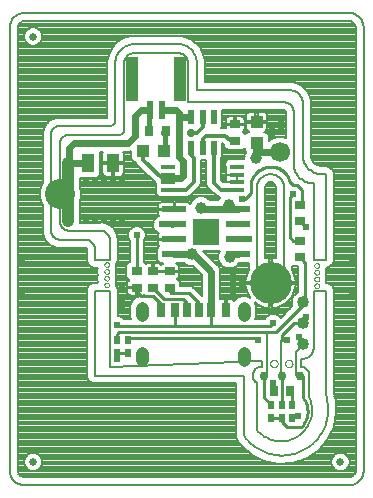
<source format=gtl>
G75*
G70*
%OFA0B0*%
%FSLAX24Y24*%
%IPPOS*%
%LPD*%
%AMOC8*
5,1,8,0,0,1.08239X$1,22.5*
%
%ADD10C,0.0050*%
%ADD11C,0.0000*%
%ADD12R,0.0433X0.0630*%
%ADD13R,0.0433X0.0394*%
%ADD14R,0.0394X0.0433*%
%ADD15R,0.0354X0.0250*%
%ADD16R,0.0250X0.0354*%
%ADD17R,0.0810X0.0240*%
%ADD18R,0.0900X0.0900*%
%ADD19R,0.0217X0.0472*%
%ADD20R,0.0472X0.0138*%
%ADD21R,0.0315X0.0472*%
%ADD22R,0.0250X0.0472*%
%ADD23C,0.0004*%
%ADD24C,0.0433*%
%ADD25C,0.0400*%
%ADD26C,0.0300*%
%ADD27R,0.0236X0.0600*%
%ADD28R,0.0400X0.1450*%
%ADD29R,0.0197X0.0276*%
%ADD30C,0.1000*%
%ADD31C,0.1400*%
%ADD32C,0.0250*%
%ADD33C,0.0669*%
%ADD34C,0.0080*%
%ADD35C,0.0240*%
%ADD36C,0.0100*%
%ADD37C,0.0070*%
%ADD38C,0.0240*%
%ADD39C,0.0390*%
%ADD40C,0.0140*%
%ADD41C,0.0160*%
%ADD42C,0.0260*%
%ADD43C,0.0400*%
%ADD44C,0.0200*%
%ADD45C,0.0120*%
%ADD46C,0.0280*%
D10*
X000500Y001000D02*
X000500Y015750D01*
X000502Y015794D01*
X000508Y015837D01*
X000517Y015879D01*
X000530Y015921D01*
X000547Y015961D01*
X000567Y016000D01*
X000590Y016037D01*
X000617Y016071D01*
X000646Y016104D01*
X000679Y016133D01*
X000713Y016160D01*
X000750Y016183D01*
X000789Y016203D01*
X000829Y016220D01*
X000871Y016233D01*
X000913Y016242D01*
X000956Y016248D01*
X001000Y016250D01*
X011800Y016250D01*
X011844Y016248D01*
X011887Y016242D01*
X011929Y016233D01*
X011971Y016220D01*
X012011Y016203D01*
X012050Y016183D01*
X012087Y016160D01*
X012121Y016133D01*
X012154Y016104D01*
X012183Y016071D01*
X012210Y016037D01*
X012233Y016000D01*
X012253Y015961D01*
X012270Y015921D01*
X012283Y015879D01*
X012292Y015837D01*
X012298Y015794D01*
X012300Y015750D01*
X012300Y001000D01*
X012298Y000956D01*
X012292Y000913D01*
X012283Y000871D01*
X012270Y000829D01*
X012253Y000789D01*
X012233Y000750D01*
X012210Y000713D01*
X012183Y000679D01*
X012154Y000646D01*
X012121Y000617D01*
X012087Y000590D01*
X012050Y000567D01*
X012011Y000547D01*
X011971Y000530D01*
X011929Y000517D01*
X011887Y000508D01*
X011844Y000502D01*
X011800Y000500D01*
X001000Y000500D01*
X000956Y000502D01*
X000913Y000508D01*
X000871Y000517D01*
X000829Y000530D01*
X000789Y000547D01*
X000750Y000567D01*
X000713Y000590D01*
X000679Y000617D01*
X000646Y000646D01*
X000617Y000679D01*
X000590Y000713D01*
X000567Y000750D01*
X000547Y000789D01*
X000530Y000829D01*
X000517Y000871D01*
X000508Y000913D01*
X000502Y000956D01*
X000500Y001000D01*
X003336Y004163D02*
X008300Y004163D01*
X008300Y002187D01*
X008750Y002337D02*
X008750Y003912D01*
X008749Y003912D02*
X008721Y003931D01*
X008695Y003952D01*
X008672Y003976D01*
X008652Y004003D01*
X008635Y004032D01*
X008621Y004063D01*
X008611Y004095D01*
X008605Y004128D01*
X008602Y004161D01*
X008603Y004195D01*
X008608Y004228D01*
X008617Y004260D01*
X008629Y004292D01*
X008645Y004321D01*
X008664Y004349D01*
X008686Y004374D01*
X008710Y004397D01*
X008738Y004417D01*
X008767Y004433D01*
X008798Y004446D01*
X008830Y004456D01*
X008863Y004462D01*
X008896Y004464D01*
X008896Y004463D02*
X008896Y004650D01*
X003836Y004463D01*
X003836Y006988D01*
X003336Y006988D01*
X003336Y004163D01*
X003336Y008022D02*
X003836Y008022D01*
X003836Y008715D01*
X003830Y008748D01*
X003821Y008780D01*
X003808Y008811D01*
X003792Y008840D01*
X003774Y008867D01*
X003752Y008893D01*
X003728Y008916D01*
X003702Y008936D01*
X003674Y008954D01*
X003644Y008968D01*
X003613Y008979D01*
X003581Y008987D01*
X003548Y008992D01*
X003515Y008993D01*
X003482Y008991D01*
X003481Y008991D02*
X002487Y008991D01*
X002454Y008993D01*
X002422Y008998D01*
X002390Y009006D01*
X002359Y009018D01*
X002330Y009033D01*
X002302Y009051D01*
X002276Y009072D01*
X002253Y009095D01*
X002232Y009121D01*
X002214Y009148D01*
X002199Y009178D01*
X002187Y009209D01*
X002179Y009241D01*
X002174Y009273D01*
X002172Y009306D01*
X002172Y011879D01*
X001872Y012179D02*
X001874Y012212D01*
X001879Y012244D01*
X001887Y012276D01*
X001899Y012307D01*
X001914Y012336D01*
X001932Y012364D01*
X001953Y012390D01*
X001976Y012413D01*
X002002Y012434D01*
X002030Y012452D01*
X002059Y012467D01*
X002090Y012479D01*
X002122Y012487D01*
X002154Y012492D01*
X002187Y012494D01*
X003877Y012494D01*
X003901Y012499D01*
X003925Y012508D01*
X003946Y012520D01*
X003966Y012535D01*
X003984Y012552D01*
X003999Y012572D01*
X004010Y012594D01*
X004019Y012617D01*
X004024Y012642D01*
X004026Y012666D01*
X004024Y012691D01*
X004024Y014600D01*
X004324Y014600D02*
X004324Y012391D01*
X004326Y012366D01*
X004324Y012342D01*
X004319Y012317D01*
X004310Y012294D01*
X004299Y012272D01*
X004284Y012252D01*
X004266Y012235D01*
X004246Y012220D01*
X004225Y012208D01*
X004201Y012199D01*
X004177Y012194D01*
X002487Y012194D01*
X002454Y012192D01*
X002422Y012187D01*
X002390Y012179D01*
X002359Y012167D01*
X002330Y012152D01*
X002302Y012134D01*
X002276Y012113D01*
X002253Y012090D01*
X002232Y012064D01*
X002214Y012036D01*
X002199Y012007D01*
X002187Y011976D01*
X002179Y011944D01*
X002174Y011912D01*
X002172Y011879D01*
X001872Y012179D02*
X001872Y009006D01*
X001874Y008973D01*
X001879Y008941D01*
X001887Y008909D01*
X001899Y008878D01*
X001914Y008848D01*
X001932Y008821D01*
X001953Y008795D01*
X001976Y008772D01*
X002002Y008751D01*
X002030Y008733D01*
X002059Y008718D01*
X002090Y008706D01*
X002122Y008698D01*
X002154Y008693D01*
X002187Y008691D01*
X002981Y008691D01*
X002982Y008691D02*
X003015Y008693D01*
X003048Y008692D01*
X003081Y008687D01*
X003113Y008679D01*
X003144Y008668D01*
X003174Y008654D01*
X003202Y008636D01*
X003228Y008616D01*
X003252Y008593D01*
X003274Y008567D01*
X003292Y008540D01*
X003308Y008511D01*
X003321Y008480D01*
X003330Y008448D01*
X003336Y008415D01*
X003336Y008022D01*
X006436Y013273D02*
X006436Y014600D01*
X006736Y014600D02*
X006732Y014650D01*
X006724Y014700D01*
X006712Y014749D01*
X006696Y014796D01*
X006677Y014843D01*
X006654Y014888D01*
X006628Y014930D01*
X006599Y014971D01*
X006566Y015009D01*
X006531Y015045D01*
X006492Y015078D01*
X006452Y015107D01*
X006409Y015133D01*
X006364Y015156D01*
X006318Y015175D01*
X006270Y015191D01*
X006221Y015203D01*
X006171Y015211D01*
X006121Y015215D01*
X006071Y015215D01*
X004689Y015215D01*
X004689Y014915D02*
X006071Y014915D01*
X006107Y014916D01*
X006142Y014913D01*
X006177Y014906D01*
X006211Y014896D01*
X006244Y014882D01*
X006276Y014865D01*
X006305Y014844D01*
X006332Y014821D01*
X006356Y014795D01*
X006378Y014767D01*
X006397Y014736D01*
X006412Y014704D01*
X006423Y014670D01*
X006432Y014635D01*
X006436Y014600D01*
X006736Y014600D02*
X006736Y013673D01*
X009855Y013673D01*
X009655Y013273D02*
X006436Y013273D01*
X004689Y015215D02*
X004641Y015215D01*
X004593Y015211D01*
X004546Y015204D01*
X004499Y015193D01*
X004454Y015179D01*
X004409Y015162D01*
X004366Y015141D01*
X004324Y015117D01*
X004285Y015091D01*
X004247Y015061D01*
X004212Y015028D01*
X004180Y014993D01*
X004150Y014956D01*
X004123Y014916D01*
X004099Y014875D01*
X004078Y014832D01*
X004060Y014787D01*
X004046Y014742D01*
X004035Y014695D01*
X004028Y014648D01*
X004024Y014600D01*
X004324Y014600D02*
X004328Y014635D01*
X004337Y014670D01*
X004348Y014704D01*
X004363Y014736D01*
X004382Y014767D01*
X004404Y014795D01*
X004428Y014821D01*
X004455Y014844D01*
X004484Y014865D01*
X004516Y014882D01*
X004549Y014896D01*
X004583Y014906D01*
X004618Y014913D01*
X004653Y014916D01*
X004689Y014915D01*
X008741Y010413D02*
X008741Y007703D01*
X008743Y007662D01*
X008748Y007622D01*
X008757Y007582D01*
X008770Y007543D01*
X008786Y007506D01*
X008805Y007470D01*
X008828Y007436D01*
X008853Y007404D01*
X008882Y007374D01*
X008912Y007347D01*
X008945Y007323D01*
X008980Y007302D01*
X009017Y007285D01*
X009055Y007270D01*
X009095Y007259D01*
X009135Y007252D01*
X009176Y007248D01*
X009216Y007248D01*
X009257Y007252D01*
X009297Y007259D01*
X009337Y007270D01*
X009375Y007285D01*
X009412Y007302D01*
X009447Y007323D01*
X009480Y007347D01*
X009510Y007374D01*
X009539Y007404D01*
X009564Y007436D01*
X009587Y007470D01*
X009606Y007506D01*
X009622Y007543D01*
X009635Y007582D01*
X009644Y007622D01*
X009649Y007662D01*
X009651Y007703D01*
X009651Y010413D01*
X009649Y010454D01*
X009644Y010494D01*
X009635Y010534D01*
X009622Y010573D01*
X009606Y010610D01*
X009587Y010646D01*
X009564Y010680D01*
X009539Y010712D01*
X009510Y010742D01*
X009480Y010769D01*
X009447Y010793D01*
X009412Y010814D01*
X009375Y010831D01*
X009337Y010846D01*
X009297Y010857D01*
X009257Y010864D01*
X009216Y010868D01*
X009176Y010868D01*
X009135Y010864D01*
X009095Y010857D01*
X009055Y010846D01*
X009017Y010831D01*
X008980Y010814D01*
X008945Y010793D01*
X008912Y010769D01*
X008882Y010742D01*
X008853Y010712D01*
X008828Y010680D01*
X008805Y010646D01*
X008786Y010610D01*
X008770Y010573D01*
X008757Y010534D01*
X008748Y010494D01*
X008743Y010454D01*
X008741Y010413D01*
X009970Y011199D02*
X009970Y012919D01*
X010270Y013218D02*
X010270Y013258D01*
X010266Y013299D01*
X010258Y013338D01*
X010247Y013377D01*
X010233Y013414D01*
X010215Y013450D01*
X010194Y013484D01*
X010169Y013516D01*
X010142Y013546D01*
X010113Y013573D01*
X010080Y013597D01*
X010046Y013618D01*
X010010Y013636D01*
X009973Y013651D01*
X009934Y013662D01*
X009895Y013669D01*
X009855Y013673D01*
X010270Y013219D02*
X010270Y011499D01*
X009970Y011199D02*
X009974Y011151D01*
X009980Y011103D01*
X009991Y011055D01*
X010005Y011009D01*
X010022Y010963D01*
X010043Y010919D01*
X010067Y010877D01*
X010094Y010837D01*
X010124Y010799D01*
X010157Y010763D01*
X010193Y010729D01*
X010230Y010699D01*
X010270Y010671D01*
X010312Y010646D01*
X010356Y010625D01*
X010401Y010607D01*
X010447Y010592D01*
X010495Y010581D01*
X010543Y010574D01*
X010591Y010570D01*
X010640Y010569D01*
X010639Y010569D02*
X010639Y008022D01*
X011039Y008022D01*
X011039Y010869D01*
X010939Y010869D01*
X010940Y010869D02*
X010891Y010870D01*
X010843Y010874D01*
X010795Y010881D01*
X010747Y010892D01*
X010701Y010907D01*
X010656Y010925D01*
X010612Y010946D01*
X010570Y010971D01*
X010530Y010999D01*
X010493Y011029D01*
X010457Y011063D01*
X010424Y011099D01*
X010394Y011137D01*
X010367Y011177D01*
X010343Y011219D01*
X010322Y011263D01*
X010305Y011309D01*
X010291Y011355D01*
X010280Y011403D01*
X010274Y011451D01*
X010270Y011499D01*
X009969Y012918D02*
X009970Y012953D01*
X009966Y012988D01*
X009959Y013023D01*
X009949Y013056D01*
X009934Y013088D01*
X009917Y013119D01*
X009897Y013147D01*
X009873Y013173D01*
X009847Y013197D01*
X009819Y013218D01*
X009789Y013236D01*
X009757Y013250D01*
X009724Y013261D01*
X009690Y013269D01*
X009655Y013272D01*
X010639Y006988D02*
X011039Y006988D01*
X011039Y003511D01*
X010482Y003440D02*
X010482Y004148D01*
X010483Y004181D01*
X010480Y004213D01*
X010474Y004245D01*
X010464Y004276D01*
X010451Y004306D01*
X010434Y004334D01*
X010415Y004360D01*
X010392Y004384D01*
X010367Y004405D01*
X010340Y004423D01*
X010311Y004438D01*
X010281Y004450D01*
X010249Y004458D01*
X010217Y004463D01*
X010217Y004718D01*
X010246Y004718D01*
X010246Y004717D02*
X010285Y004719D01*
X010323Y004725D01*
X010360Y004734D01*
X010397Y004747D01*
X010432Y004764D01*
X010465Y004783D01*
X010496Y004806D01*
X010525Y004832D01*
X010551Y004861D01*
X010574Y004892D01*
X010593Y004925D01*
X010610Y004960D01*
X010623Y004997D01*
X010632Y005034D01*
X010638Y005072D01*
X010640Y005111D01*
X010639Y005111D02*
X010639Y006988D01*
X011039Y003512D02*
X011062Y003438D01*
X011081Y003362D01*
X011095Y003286D01*
X011106Y003209D01*
X011114Y003132D01*
X011117Y003055D01*
X011116Y002977D01*
X011111Y002900D01*
X011103Y002823D01*
X011091Y002746D01*
X011074Y002670D01*
X011054Y002595D01*
X011030Y002522D01*
X011003Y002449D01*
X010972Y002378D01*
X010937Y002309D01*
X010899Y002241D01*
X010857Y002176D01*
X010813Y002112D01*
X010765Y002052D01*
X010714Y001993D01*
X010660Y001937D01*
X010603Y001884D01*
X010544Y001834D01*
X010483Y001787D01*
X010419Y001743D01*
X010353Y001702D01*
X010285Y001665D01*
X010215Y001631D01*
X010143Y001601D01*
X010070Y001575D01*
X009996Y001552D01*
X009921Y001533D01*
X009845Y001518D01*
X009768Y001506D01*
X009691Y001499D01*
X009614Y001495D01*
X009536Y001496D01*
X009459Y001500D01*
X009382Y001508D01*
X009305Y001520D01*
X009229Y001536D01*
X009154Y001556D01*
X009080Y001579D01*
X009008Y001606D01*
X008937Y001637D01*
X008867Y001672D01*
X008799Y001710D01*
X008734Y001751D01*
X008670Y001795D01*
X008609Y001843D01*
X008550Y001893D01*
X008494Y001947D01*
X008441Y002003D01*
X008390Y002062D01*
X008343Y002124D01*
X008299Y002187D01*
X008749Y002337D02*
X008791Y002290D01*
X008836Y002245D01*
X008884Y002204D01*
X008934Y002165D01*
X008987Y002129D01*
X009041Y002097D01*
X009098Y002068D01*
X009156Y002042D01*
X009215Y002020D01*
X009276Y002002D01*
X009338Y001987D01*
X009401Y001977D01*
X009464Y001970D01*
X009527Y001967D01*
X009591Y001968D01*
X009654Y001973D01*
X009717Y001982D01*
X009779Y001994D01*
X009840Y002011D01*
X009900Y002031D01*
X009959Y002054D01*
X010017Y002082D01*
X010072Y002112D01*
X010126Y002146D01*
X010177Y002184D01*
X010226Y002224D01*
X010272Y002267D01*
X010316Y002313D01*
X010357Y002362D01*
X010395Y002413D01*
X010429Y002466D01*
X010460Y002522D01*
X010488Y002579D01*
X010512Y002637D01*
X010533Y002697D01*
X010550Y002759D01*
X010563Y002821D01*
X010572Y002883D01*
X010577Y002947D01*
X010579Y003010D01*
X010577Y003074D01*
X010570Y003137D01*
X010560Y003199D01*
X010546Y003261D01*
X010529Y003322D01*
X010507Y003382D01*
X010482Y003440D01*
D11*
X009680Y004563D02*
X009682Y004585D01*
X009688Y004606D01*
X009697Y004625D01*
X009709Y004643D01*
X009725Y004659D01*
X009742Y004671D01*
X009762Y004680D01*
X009783Y004686D01*
X009805Y004688D01*
X009827Y004686D01*
X009848Y004680D01*
X009867Y004671D01*
X009885Y004659D01*
X009901Y004643D01*
X009913Y004625D01*
X009922Y004606D01*
X009928Y004585D01*
X009930Y004563D01*
X009928Y004541D01*
X009922Y004520D01*
X009913Y004501D01*
X009901Y004483D01*
X009885Y004467D01*
X009868Y004455D01*
X009848Y004446D01*
X009827Y004440D01*
X009805Y004438D01*
X009783Y004440D01*
X009762Y004446D01*
X009742Y004455D01*
X009725Y004467D01*
X009709Y004483D01*
X009697Y004500D01*
X009688Y004520D01*
X009682Y004541D01*
X009680Y004563D01*
X009185Y004563D02*
X009187Y004585D01*
X009193Y004606D01*
X009202Y004625D01*
X009214Y004643D01*
X009230Y004659D01*
X009247Y004671D01*
X009267Y004680D01*
X009288Y004686D01*
X009310Y004688D01*
X009332Y004686D01*
X009353Y004680D01*
X009372Y004671D01*
X009390Y004659D01*
X009406Y004643D01*
X009418Y004625D01*
X009427Y004606D01*
X009433Y004585D01*
X009435Y004563D01*
X009433Y004541D01*
X009427Y004520D01*
X009418Y004501D01*
X009406Y004483D01*
X009390Y004467D01*
X009373Y004455D01*
X009353Y004446D01*
X009332Y004440D01*
X009310Y004438D01*
X009288Y004440D01*
X009267Y004446D01*
X009247Y004455D01*
X009230Y004467D01*
X009214Y004483D01*
X009202Y004500D01*
X009193Y004520D01*
X009187Y004541D01*
X009185Y004563D01*
X010659Y007155D02*
X010661Y007172D01*
X010666Y007189D01*
X010675Y007203D01*
X010687Y007216D01*
X010702Y007226D01*
X010718Y007232D01*
X010735Y007235D01*
X010752Y007234D01*
X010769Y007229D01*
X010784Y007221D01*
X010797Y007210D01*
X010808Y007196D01*
X010815Y007181D01*
X010819Y007164D01*
X010819Y007146D01*
X010815Y007129D01*
X010808Y007114D01*
X010797Y007100D01*
X010784Y007089D01*
X010769Y007081D01*
X010752Y007076D01*
X010735Y007075D01*
X010718Y007078D01*
X010702Y007084D01*
X010687Y007094D01*
X010675Y007107D01*
X010666Y007121D01*
X010661Y007138D01*
X010659Y007155D01*
X010659Y007380D02*
X010661Y007397D01*
X010666Y007414D01*
X010675Y007428D01*
X010687Y007441D01*
X010702Y007451D01*
X010718Y007457D01*
X010735Y007460D01*
X010752Y007459D01*
X010769Y007454D01*
X010784Y007446D01*
X010797Y007435D01*
X010808Y007421D01*
X010815Y007406D01*
X010819Y007389D01*
X010819Y007371D01*
X010815Y007354D01*
X010808Y007339D01*
X010797Y007325D01*
X010784Y007314D01*
X010769Y007306D01*
X010752Y007301D01*
X010735Y007300D01*
X010718Y007303D01*
X010702Y007309D01*
X010687Y007319D01*
X010675Y007332D01*
X010666Y007346D01*
X010661Y007363D01*
X010659Y007380D01*
X010659Y007605D02*
X010661Y007622D01*
X010666Y007639D01*
X010675Y007653D01*
X010687Y007666D01*
X010702Y007676D01*
X010718Y007682D01*
X010735Y007685D01*
X010752Y007684D01*
X010769Y007679D01*
X010784Y007671D01*
X010797Y007660D01*
X010808Y007646D01*
X010815Y007631D01*
X010819Y007614D01*
X010819Y007596D01*
X010815Y007579D01*
X010808Y007564D01*
X010797Y007550D01*
X010784Y007539D01*
X010769Y007531D01*
X010752Y007526D01*
X010735Y007525D01*
X010718Y007528D01*
X010702Y007534D01*
X010687Y007544D01*
X010675Y007557D01*
X010666Y007571D01*
X010661Y007588D01*
X010659Y007605D01*
X010659Y007830D02*
X010661Y007847D01*
X010666Y007864D01*
X010675Y007878D01*
X010687Y007891D01*
X010702Y007901D01*
X010718Y007907D01*
X010735Y007910D01*
X010752Y007909D01*
X010769Y007904D01*
X010784Y007896D01*
X010797Y007885D01*
X010808Y007871D01*
X010815Y007856D01*
X010819Y007839D01*
X010819Y007821D01*
X010815Y007804D01*
X010808Y007789D01*
X010797Y007775D01*
X010784Y007764D01*
X010769Y007756D01*
X010752Y007751D01*
X010735Y007750D01*
X010718Y007753D01*
X010702Y007759D01*
X010687Y007769D01*
X010675Y007782D01*
X010666Y007796D01*
X010661Y007813D01*
X010659Y007830D01*
X003656Y007858D02*
X003658Y007875D01*
X003663Y007892D01*
X003672Y007906D01*
X003684Y007919D01*
X003699Y007929D01*
X003715Y007935D01*
X003732Y007938D01*
X003749Y007937D01*
X003766Y007932D01*
X003781Y007924D01*
X003794Y007913D01*
X003805Y007899D01*
X003812Y007884D01*
X003816Y007867D01*
X003816Y007849D01*
X003812Y007832D01*
X003805Y007817D01*
X003794Y007803D01*
X003781Y007792D01*
X003766Y007784D01*
X003749Y007779D01*
X003732Y007778D01*
X003715Y007781D01*
X003699Y007787D01*
X003684Y007797D01*
X003672Y007810D01*
X003663Y007824D01*
X003658Y007841D01*
X003656Y007858D01*
X003656Y007633D02*
X003658Y007650D01*
X003663Y007667D01*
X003672Y007681D01*
X003684Y007694D01*
X003699Y007704D01*
X003715Y007710D01*
X003732Y007713D01*
X003749Y007712D01*
X003766Y007707D01*
X003781Y007699D01*
X003794Y007688D01*
X003805Y007674D01*
X003812Y007659D01*
X003816Y007642D01*
X003816Y007624D01*
X003812Y007607D01*
X003805Y007592D01*
X003794Y007578D01*
X003781Y007567D01*
X003766Y007559D01*
X003749Y007554D01*
X003732Y007553D01*
X003715Y007556D01*
X003699Y007562D01*
X003684Y007572D01*
X003672Y007585D01*
X003663Y007599D01*
X003658Y007616D01*
X003656Y007633D01*
X003656Y007408D02*
X003658Y007425D01*
X003663Y007442D01*
X003672Y007456D01*
X003684Y007469D01*
X003699Y007479D01*
X003715Y007485D01*
X003732Y007488D01*
X003749Y007487D01*
X003766Y007482D01*
X003781Y007474D01*
X003794Y007463D01*
X003805Y007449D01*
X003812Y007434D01*
X003816Y007417D01*
X003816Y007399D01*
X003812Y007382D01*
X003805Y007367D01*
X003794Y007353D01*
X003781Y007342D01*
X003766Y007334D01*
X003749Y007329D01*
X003732Y007328D01*
X003715Y007331D01*
X003699Y007337D01*
X003684Y007347D01*
X003672Y007360D01*
X003663Y007374D01*
X003658Y007391D01*
X003656Y007408D01*
X003656Y007183D02*
X003658Y007200D01*
X003663Y007217D01*
X003672Y007231D01*
X003684Y007244D01*
X003699Y007254D01*
X003715Y007260D01*
X003732Y007263D01*
X003749Y007262D01*
X003766Y007257D01*
X003781Y007249D01*
X003794Y007238D01*
X003805Y007224D01*
X003812Y007209D01*
X003816Y007192D01*
X003816Y007174D01*
X003812Y007157D01*
X003805Y007142D01*
X003794Y007128D01*
X003781Y007117D01*
X003766Y007109D01*
X003749Y007104D01*
X003732Y007103D01*
X003715Y007106D01*
X003699Y007112D01*
X003684Y007122D01*
X003672Y007135D01*
X003663Y007149D01*
X003658Y007166D01*
X003656Y007183D01*
D12*
X003946Y011243D03*
X003119Y011243D03*
D13*
X008732Y011909D03*
X008732Y012618D03*
D14*
X005639Y011663D03*
X004929Y011663D03*
D15*
X008015Y011990D03*
X008015Y012537D03*
X010182Y009854D03*
X010182Y009307D03*
X010182Y008654D03*
X010182Y008107D03*
X005832Y007637D03*
X005832Y007090D03*
X005282Y007090D03*
X005282Y007637D03*
X004732Y007637D03*
X004732Y007090D03*
D16*
X005152Y012313D03*
X005699Y012313D03*
X009296Y003663D03*
X009843Y003663D03*
D17*
X008112Y008197D03*
X008112Y008697D03*
X008112Y009197D03*
X008112Y009697D03*
X005992Y009697D03*
X005992Y009197D03*
X005992Y008697D03*
X005992Y008197D03*
D18*
X007052Y008947D03*
D19*
X006932Y011752D03*
X006558Y011752D03*
X007306Y011752D03*
X007306Y012775D03*
X006932Y012775D03*
X006558Y012775D03*
D20*
X005781Y011118D03*
X005781Y010862D03*
X005781Y010606D03*
X005781Y010350D03*
X008084Y010350D03*
X008084Y010606D03*
X008084Y010862D03*
X008084Y011118D03*
D21*
X007701Y006346D03*
X007217Y006346D03*
X006020Y006346D03*
X005536Y006346D03*
D22*
X006422Y006346D03*
X006816Y006346D03*
D23*
X008211Y006417D02*
X008211Y006173D01*
X008212Y006173D02*
X008214Y006153D01*
X008219Y006134D01*
X008228Y006116D01*
X008240Y006100D01*
X008255Y006087D01*
X008272Y006076D01*
X008290Y006069D01*
X008310Y006065D01*
X008330Y006065D01*
X008350Y006069D01*
X008368Y006076D01*
X008385Y006087D01*
X008400Y006100D01*
X008412Y006116D01*
X008421Y006134D01*
X008426Y006153D01*
X008428Y006173D01*
X008428Y006417D01*
X008426Y006437D01*
X008421Y006456D01*
X008412Y006474D01*
X008400Y006490D01*
X008385Y006503D01*
X008368Y006514D01*
X008350Y006521D01*
X008330Y006525D01*
X008310Y006525D01*
X008290Y006521D01*
X008272Y006514D01*
X008255Y006503D01*
X008240Y006490D01*
X008228Y006474D01*
X008219Y006456D01*
X008214Y006437D01*
X008212Y006417D01*
X008211Y004921D02*
X008211Y004677D01*
X008212Y004677D02*
X008214Y004657D01*
X008219Y004638D01*
X008228Y004620D01*
X008240Y004604D01*
X008255Y004591D01*
X008272Y004580D01*
X008290Y004573D01*
X008310Y004569D01*
X008330Y004569D01*
X008350Y004573D01*
X008368Y004580D01*
X008385Y004591D01*
X008400Y004604D01*
X008412Y004620D01*
X008421Y004638D01*
X008426Y004657D01*
X008428Y004677D01*
X008428Y004921D01*
X008426Y004941D01*
X008421Y004960D01*
X008412Y004978D01*
X008400Y004994D01*
X008385Y005007D01*
X008368Y005018D01*
X008350Y005025D01*
X008330Y005029D01*
X008310Y005029D01*
X008290Y005025D01*
X008272Y005018D01*
X008255Y005007D01*
X008240Y004994D01*
X008228Y004978D01*
X008219Y004960D01*
X008214Y004941D01*
X008212Y004921D01*
X005026Y004921D02*
X005026Y004677D01*
X005024Y004657D01*
X005019Y004638D01*
X005010Y004620D01*
X004998Y004604D01*
X004983Y004591D01*
X004966Y004580D01*
X004948Y004573D01*
X004928Y004569D01*
X004908Y004569D01*
X004888Y004573D01*
X004870Y004580D01*
X004853Y004591D01*
X004838Y004604D01*
X004826Y004620D01*
X004817Y004638D01*
X004812Y004657D01*
X004810Y004677D01*
X004810Y004921D01*
X004812Y004941D01*
X004817Y004960D01*
X004826Y004978D01*
X004838Y004994D01*
X004853Y005007D01*
X004870Y005018D01*
X004888Y005025D01*
X004908Y005029D01*
X004928Y005029D01*
X004948Y005025D01*
X004966Y005018D01*
X004983Y005007D01*
X004998Y004994D01*
X005010Y004978D01*
X005019Y004960D01*
X005024Y004941D01*
X005026Y004921D01*
X005026Y006173D02*
X005026Y006417D01*
X005024Y006437D01*
X005019Y006456D01*
X005010Y006474D01*
X004998Y006490D01*
X004983Y006503D01*
X004966Y006514D01*
X004948Y006521D01*
X004928Y006525D01*
X004908Y006525D01*
X004888Y006521D01*
X004870Y006514D01*
X004853Y006503D01*
X004838Y006490D01*
X004826Y006474D01*
X004817Y006456D01*
X004812Y006437D01*
X004810Y006417D01*
X004810Y006173D01*
X004812Y006153D01*
X004817Y006134D01*
X004826Y006116D01*
X004838Y006100D01*
X004853Y006087D01*
X004870Y006076D01*
X004888Y006069D01*
X004908Y006065D01*
X004928Y006065D01*
X004948Y006069D01*
X004966Y006076D01*
X004983Y006087D01*
X004998Y006100D01*
X005010Y006116D01*
X005019Y006134D01*
X005024Y006153D01*
X005026Y006173D01*
D24*
X004918Y006411D02*
X004918Y006411D01*
X004918Y006175D01*
X004918Y006175D01*
X004918Y006411D01*
X004918Y004915D02*
X004918Y004915D01*
X004918Y004679D01*
X004918Y004679D01*
X004918Y004915D01*
X008320Y004915D02*
X008320Y004915D01*
X008320Y004679D01*
X008320Y004679D01*
X008320Y004915D01*
X008320Y006411D02*
X008320Y006411D01*
X008320Y006175D01*
X008320Y006175D01*
X008320Y006411D01*
D25*
X010282Y006601D03*
X010282Y005901D03*
X010282Y005201D03*
D26*
X010170Y004163D03*
X009570Y004163D03*
X008970Y004163D03*
D27*
X005573Y013019D03*
X005179Y013019D03*
D28*
X004567Y014063D03*
X006184Y014063D03*
D29*
X004432Y005343D03*
X004082Y005343D03*
X004082Y004909D03*
X004432Y004909D03*
X009220Y003180D03*
X009570Y003180D03*
X009920Y003180D03*
X009920Y002747D03*
X009570Y002747D03*
X009220Y002747D03*
D30*
X002182Y010213D03*
D31*
X009197Y007253D03*
D32*
X011524Y001287D03*
X001287Y001287D03*
X001287Y015461D03*
D33*
X009500Y011613D03*
D34*
X009129Y011970D02*
X009129Y012180D01*
X009023Y012286D01*
X008984Y012286D01*
X009003Y012291D01*
X009035Y012309D01*
X009061Y012335D01*
X009079Y012367D01*
X009089Y012403D01*
X009089Y012578D01*
X008772Y012578D01*
X008772Y012658D01*
X008692Y012658D01*
X008692Y012578D01*
X008376Y012578D01*
X008376Y012403D01*
X008385Y012367D01*
X008404Y012335D01*
X008430Y012309D01*
X008462Y012291D01*
X008481Y012286D01*
X008441Y012286D01*
X008359Y012203D01*
X008268Y012294D01*
X008278Y012300D01*
X008304Y012326D01*
X008323Y012358D01*
X008332Y012393D01*
X008332Y012514D01*
X008037Y012514D01*
X008037Y012559D01*
X007992Y012559D01*
X007992Y012514D01*
X007698Y012514D01*
X007698Y012413D01*
X007544Y012413D01*
X007595Y012464D01*
X007595Y013008D01*
X009642Y013008D01*
X009653Y013006D01*
X009678Y012994D01*
X009696Y012974D01*
X009705Y012948D01*
X009705Y012946D01*
X009705Y012926D01*
X009702Y012881D01*
X009705Y012874D01*
X009705Y012086D01*
X009602Y012128D01*
X009398Y012128D01*
X009208Y012050D01*
X009129Y011970D01*
X009129Y012040D02*
X009198Y012040D01*
X009129Y012118D02*
X009373Y012118D01*
X009627Y012118D02*
X009705Y012118D01*
X009705Y012197D02*
X009112Y012197D01*
X009034Y012275D02*
X009705Y012275D01*
X009705Y012354D02*
X009071Y012354D01*
X009089Y012432D02*
X009705Y012432D01*
X009705Y012511D02*
X009089Y012511D01*
X009089Y012658D02*
X009089Y012833D01*
X009079Y012869D01*
X009061Y012901D01*
X009035Y012927D01*
X009003Y012945D01*
X008967Y012955D01*
X008772Y012955D01*
X008772Y012658D01*
X009089Y012658D01*
X009089Y012668D02*
X009705Y012668D01*
X009705Y012746D02*
X009089Y012746D01*
X009089Y012825D02*
X009705Y012825D01*
X009704Y012903D02*
X009059Y012903D01*
X008772Y012903D02*
X008692Y012903D01*
X008692Y012955D02*
X008497Y012955D01*
X008462Y012945D01*
X008430Y012927D01*
X008404Y012901D01*
X008385Y012869D01*
X008376Y012833D01*
X008376Y012658D01*
X008692Y012658D01*
X008692Y012955D01*
X008692Y012825D02*
X008772Y012825D01*
X008772Y012746D02*
X008692Y012746D01*
X008692Y012668D02*
X008772Y012668D01*
X008772Y012589D02*
X009705Y012589D01*
X009689Y012982D02*
X007595Y012982D01*
X007595Y012903D02*
X008406Y012903D01*
X008376Y012825D02*
X007595Y012825D01*
X007595Y012746D02*
X007725Y012746D01*
X007726Y012748D02*
X007707Y012716D01*
X007698Y012680D01*
X007698Y012559D01*
X007992Y012559D01*
X007992Y012802D01*
X007819Y012802D01*
X007784Y012792D01*
X007752Y012774D01*
X007726Y012748D01*
X007698Y012668D02*
X007595Y012668D01*
X007595Y012589D02*
X007698Y012589D01*
X007698Y012511D02*
X007595Y012511D01*
X007562Y012432D02*
X007698Y012432D01*
X007992Y012589D02*
X008037Y012589D01*
X008037Y012559D02*
X008037Y012802D01*
X008211Y012802D01*
X008246Y012792D01*
X008278Y012774D01*
X008304Y012748D01*
X008323Y012716D01*
X008332Y012680D01*
X008332Y012559D01*
X008037Y012559D01*
X008037Y012668D02*
X007992Y012668D01*
X007992Y012746D02*
X008037Y012746D01*
X008305Y012746D02*
X008376Y012746D01*
X008376Y012668D02*
X008332Y012668D01*
X008332Y012589D02*
X008692Y012589D01*
X008376Y012511D02*
X008332Y012511D01*
X008332Y012432D02*
X008376Y012432D01*
X008393Y012354D02*
X008320Y012354D01*
X008287Y012275D02*
X008431Y012275D01*
X008336Y011754D02*
X008267Y011685D01*
X007763Y011685D01*
X007658Y011791D01*
X007658Y011834D01*
X007620Y011872D01*
X007595Y011898D01*
X007595Y011441D01*
X007556Y011403D01*
X007556Y010693D01*
X007649Y010600D01*
X007708Y010600D01*
X007708Y010606D01*
X008084Y010606D01*
X008084Y010606D01*
X008084Y010653D01*
X008084Y010862D01*
X008084Y010862D01*
X007708Y010862D01*
X007556Y010862D01*
X007556Y010784D02*
X007708Y010784D01*
X007708Y010775D02*
X007717Y010739D01*
X007720Y010734D01*
X007717Y010729D01*
X007708Y010693D01*
X007708Y010606D01*
X008084Y010606D01*
X008084Y010862D01*
X008084Y010862D01*
X007708Y010862D01*
X007708Y010934D01*
X007668Y010974D01*
X007668Y011261D01*
X007773Y011367D01*
X008325Y011367D01*
X008325Y011475D01*
X008376Y011597D01*
X008336Y011637D01*
X008336Y011754D01*
X008336Y011726D02*
X008307Y011726D01*
X008336Y011647D02*
X007595Y011647D01*
X007595Y011569D02*
X008364Y011569D01*
X008331Y011490D02*
X007595Y011490D01*
X007565Y011412D02*
X008325Y011412D01*
X008084Y010784D02*
X008084Y010784D01*
X008084Y010705D02*
X008084Y010705D01*
X008084Y010627D02*
X008084Y010627D01*
X008084Y010606D02*
X008084Y010606D01*
X007708Y010627D02*
X007623Y010627D01*
X007556Y010705D02*
X007711Y010705D01*
X007708Y010775D02*
X007708Y010862D01*
X007701Y010941D02*
X007556Y010941D01*
X007556Y011019D02*
X007668Y011019D01*
X007668Y011098D02*
X007556Y011098D01*
X007556Y011176D02*
X007668Y011176D01*
X007668Y011255D02*
X007556Y011255D01*
X007556Y011333D02*
X007739Y011333D01*
X007723Y011726D02*
X007595Y011726D01*
X007595Y011804D02*
X007658Y011804D01*
X007610Y011883D02*
X007595Y011883D01*
X007056Y011335D02*
X007056Y010540D01*
X007094Y010448D01*
X007404Y010138D01*
X007496Y010100D01*
X007520Y010100D01*
X007482Y010062D01*
X007455Y009997D01*
X007179Y009997D01*
X007095Y010081D01*
X006957Y010138D01*
X006808Y010138D01*
X006670Y010081D01*
X006564Y009976D01*
X006524Y009878D01*
X006509Y009903D01*
X006483Y009929D01*
X006451Y009948D01*
X006415Y009957D01*
X006012Y009957D01*
X006012Y009717D01*
X005972Y009717D01*
X005972Y009677D01*
X005447Y009677D01*
X005447Y009559D01*
X005457Y009523D01*
X005475Y009491D01*
X005484Y009482D01*
X005412Y009453D01*
X005328Y009368D01*
X005282Y009258D01*
X005282Y009139D01*
X005328Y009028D01*
X005412Y008944D01*
X005485Y008914D01*
X005475Y008903D01*
X005457Y008871D01*
X005447Y008836D01*
X005447Y008717D01*
X005972Y008717D01*
X005972Y008677D01*
X005447Y008677D01*
X005447Y008559D01*
X005457Y008523D01*
X005475Y008491D01*
X005491Y008476D01*
X005407Y008392D01*
X005407Y008003D01*
X005512Y007897D01*
X005620Y007897D01*
X005601Y007892D01*
X005569Y007874D01*
X005557Y007862D01*
X005545Y007874D01*
X005513Y007892D01*
X005478Y007902D01*
X005305Y007902D01*
X005305Y007659D01*
X005599Y007659D01*
X005810Y007659D01*
X005810Y007614D01*
X005305Y007614D01*
X005305Y007659D01*
X005260Y007659D01*
X005260Y007902D01*
X005087Y007902D01*
X005051Y007892D01*
X005040Y007886D01*
X004984Y007942D01*
X004962Y007942D01*
X004962Y008644D01*
X004987Y008668D01*
X005032Y008779D01*
X005032Y008898D01*
X004987Y009008D01*
X004902Y009093D01*
X004792Y009138D01*
X004673Y009138D01*
X004562Y009093D01*
X004478Y009008D01*
X004432Y008898D01*
X004432Y008779D01*
X004478Y008668D01*
X004502Y008644D01*
X004502Y007942D01*
X004481Y007942D01*
X004375Y007836D01*
X004375Y007437D01*
X004479Y007333D01*
X004469Y007327D01*
X004443Y007301D01*
X004425Y007269D01*
X004415Y007234D01*
X004415Y007113D01*
X004710Y007113D01*
X004710Y007068D01*
X004415Y007068D01*
X004415Y006947D01*
X004425Y006911D01*
X004443Y006879D01*
X004469Y006853D01*
X004501Y006835D01*
X004537Y006825D01*
X004710Y006825D01*
X004710Y007068D01*
X004755Y007068D01*
X004755Y006825D01*
X004928Y006825D01*
X004963Y006835D01*
X004975Y006841D01*
X005015Y006800D01*
X004997Y006808D01*
X004839Y006808D01*
X004693Y006748D01*
X004582Y006636D01*
X004521Y006490D01*
X004521Y006096D01*
X004543Y006043D01*
X004327Y006043D01*
X004252Y006118D01*
X004142Y006163D01*
X004101Y006163D01*
X004101Y007041D01*
X004060Y007138D01*
X004056Y007143D01*
X004056Y007246D01*
X004036Y007295D01*
X004056Y007344D01*
X004056Y007471D01*
X004036Y007520D01*
X004056Y007569D01*
X004056Y007696D01*
X004036Y007745D01*
X004056Y007794D01*
X004056Y007867D01*
X004060Y007872D01*
X004101Y007970D01*
X004101Y008680D01*
X004105Y008696D01*
X004101Y008732D01*
X004101Y008768D01*
X004094Y008784D01*
X004084Y008863D01*
X004084Y008863D01*
X003970Y009065D01*
X003787Y009207D01*
X003564Y009268D01*
X003564Y009268D01*
X003465Y009256D01*
X002837Y009256D01*
X002837Y010018D01*
X002862Y010078D01*
X002862Y010349D01*
X002837Y010409D01*
X002837Y010748D01*
X003410Y010748D01*
X003515Y010853D01*
X003515Y011613D01*
X003600Y011613D01*
X003599Y011612D01*
X003589Y011576D01*
X003589Y011283D01*
X003906Y011283D01*
X003906Y011203D01*
X003986Y011203D01*
X003986Y011283D01*
X004302Y011283D01*
X004302Y011576D01*
X004293Y011612D01*
X004292Y011613D01*
X004492Y011613D01*
X004552Y011638D01*
X004552Y011372D01*
X004658Y011267D01*
X004702Y011267D01*
X004720Y011222D01*
X004791Y011151D01*
X005364Y010578D01*
X005364Y010207D01*
X005470Y010101D01*
X005728Y010101D01*
X005731Y010100D01*
X006419Y010100D01*
X006511Y010138D01*
X006774Y010401D01*
X006844Y010472D01*
X006882Y010564D01*
X006882Y011335D01*
X007056Y011335D01*
X007056Y011333D02*
X006882Y011333D01*
X006882Y011255D02*
X007056Y011255D01*
X007056Y011176D02*
X006882Y011176D01*
X006882Y011098D02*
X007056Y011098D01*
X007056Y011019D02*
X006882Y011019D01*
X006882Y010941D02*
X007056Y010941D01*
X007056Y010862D02*
X006882Y010862D01*
X006882Y010784D02*
X007056Y010784D01*
X007056Y010705D02*
X006882Y010705D01*
X006882Y010627D02*
X007056Y010627D01*
X007056Y010548D02*
X006876Y010548D01*
X006842Y010470D02*
X007085Y010470D01*
X007151Y010391D02*
X006763Y010391D01*
X006685Y010313D02*
X007230Y010313D01*
X007308Y010234D02*
X006606Y010234D01*
X006528Y010156D02*
X007387Y010156D01*
X007497Y010077D02*
X007099Y010077D01*
X007178Y009999D02*
X007456Y009999D01*
X006666Y010077D02*
X002862Y010077D01*
X002862Y010156D02*
X005416Y010156D01*
X005364Y010234D02*
X002862Y010234D01*
X002862Y010313D02*
X005364Y010313D01*
X005364Y010391D02*
X002845Y010391D01*
X002837Y010470D02*
X005364Y010470D01*
X005364Y010548D02*
X002837Y010548D01*
X002837Y010627D02*
X005316Y010627D01*
X005237Y010705D02*
X002837Y010705D01*
X002837Y009999D02*
X006587Y009999D01*
X006541Y009920D02*
X006492Y009920D01*
X006012Y009920D02*
X005972Y009920D01*
X005972Y009957D02*
X005569Y009957D01*
X005533Y009948D01*
X005501Y009929D01*
X005475Y009903D01*
X005457Y009871D01*
X005447Y009836D01*
X005447Y009717D01*
X005972Y009717D01*
X005972Y009957D01*
X005972Y009842D02*
X006012Y009842D01*
X006012Y009763D02*
X005972Y009763D01*
X005972Y009685D02*
X002837Y009685D01*
X002837Y009763D02*
X005447Y009763D01*
X005449Y009842D02*
X002837Y009842D01*
X002837Y009920D02*
X005492Y009920D01*
X005447Y009606D02*
X002837Y009606D01*
X002837Y009528D02*
X005455Y009528D01*
X005409Y009449D02*
X002837Y009449D01*
X002837Y009371D02*
X005330Y009371D01*
X005296Y009292D02*
X002837Y009292D01*
X002946Y008426D02*
X002962Y008421D01*
X002998Y008426D01*
X003033Y008426D01*
X003044Y008423D01*
X003060Y008410D01*
X003071Y008393D01*
X003071Y008392D01*
X003071Y007970D01*
X003111Y007872D01*
X003186Y007798D01*
X003283Y007757D01*
X003431Y007757D01*
X003436Y007745D01*
X003416Y007696D01*
X003416Y007569D01*
X003436Y007520D01*
X003416Y007471D01*
X003416Y007344D01*
X003436Y007295D01*
X003419Y007253D01*
X003283Y007253D01*
X003186Y007213D01*
X003111Y007138D01*
X003071Y007041D01*
X003071Y004111D01*
X000765Y004111D01*
X000765Y004033D02*
X003103Y004033D01*
X003111Y004013D02*
X003071Y004111D01*
X003071Y004190D02*
X000765Y004190D01*
X000765Y004268D02*
X003071Y004268D01*
X003071Y004347D02*
X000765Y004347D01*
X000765Y004425D02*
X003071Y004425D01*
X003071Y004504D02*
X000765Y004504D01*
X000765Y004582D02*
X003071Y004582D01*
X003071Y004661D02*
X000765Y004661D01*
X000765Y004739D02*
X003071Y004739D01*
X003071Y004818D02*
X000765Y004818D01*
X000765Y004896D02*
X003071Y004896D01*
X003071Y004975D02*
X000765Y004975D01*
X000765Y005053D02*
X003071Y005053D01*
X003071Y005132D02*
X000765Y005132D01*
X000765Y005210D02*
X003071Y005210D01*
X003071Y005289D02*
X000765Y005289D01*
X000765Y005367D02*
X003071Y005367D01*
X003071Y005446D02*
X000765Y005446D01*
X000765Y005524D02*
X003071Y005524D01*
X003071Y005603D02*
X000765Y005603D01*
X000765Y005681D02*
X003071Y005681D01*
X003071Y005760D02*
X000765Y005760D01*
X000765Y005838D02*
X003071Y005838D01*
X003071Y005917D02*
X000765Y005917D01*
X000765Y005995D02*
X003071Y005995D01*
X003071Y006074D02*
X000765Y006074D01*
X000765Y006152D02*
X003071Y006152D01*
X003071Y006231D02*
X000765Y006231D01*
X000765Y006309D02*
X003071Y006309D01*
X003071Y006388D02*
X000765Y006388D01*
X000765Y006466D02*
X003071Y006466D01*
X003071Y006545D02*
X000765Y006545D01*
X000765Y006623D02*
X003071Y006623D01*
X003071Y006702D02*
X000765Y006702D01*
X000765Y006780D02*
X003071Y006780D01*
X003071Y006859D02*
X000765Y006859D01*
X000765Y006937D02*
X003071Y006937D01*
X003071Y007016D02*
X000765Y007016D01*
X000765Y007094D02*
X003093Y007094D01*
X003146Y007173D02*
X000765Y007173D01*
X000765Y007251D02*
X003278Y007251D01*
X003422Y007330D02*
X000765Y007330D01*
X000765Y007408D02*
X003416Y007408D01*
X003422Y007487D02*
X000765Y007487D01*
X000765Y007565D02*
X003418Y007565D01*
X003416Y007644D02*
X000765Y007644D01*
X000765Y007722D02*
X003426Y007722D01*
X003183Y007801D02*
X000765Y007801D01*
X000765Y007879D02*
X003108Y007879D01*
X003076Y007958D02*
X000765Y007958D01*
X000765Y008036D02*
X003071Y008036D01*
X003071Y008115D02*
X000765Y008115D01*
X000765Y008193D02*
X003071Y008193D01*
X003071Y008272D02*
X000765Y008272D01*
X000765Y008350D02*
X003071Y008350D01*
X002946Y008426D02*
X002071Y008426D01*
X001858Y008514D01*
X001858Y008514D01*
X001858Y008514D01*
X001695Y008677D01*
X001695Y008677D01*
X001607Y008891D01*
X001607Y009827D01*
X001606Y009828D01*
X001502Y010078D01*
X001502Y010349D01*
X001606Y010599D01*
X001607Y010599D01*
X001607Y012294D01*
X001695Y012507D01*
X001695Y012507D01*
X001858Y012670D01*
X001858Y012670D01*
X002071Y012759D01*
X003759Y012759D01*
X003759Y014552D01*
X003757Y014557D01*
X003759Y014605D01*
X003759Y014652D01*
X003761Y014657D01*
X003765Y014753D01*
X003765Y014753D01*
X003864Y015022D01*
X003864Y015022D01*
X004041Y015248D01*
X004041Y015248D01*
X004041Y015248D01*
X004280Y015407D01*
X004280Y015407D01*
X004556Y015485D01*
X004556Y015485D01*
X004694Y015480D01*
X006066Y015480D01*
X006241Y015486D01*
X006241Y015486D01*
X006579Y015362D01*
X006579Y015362D01*
X006843Y015117D01*
X006843Y015117D01*
X006994Y014790D01*
X006994Y014790D01*
X006999Y014657D01*
X007001Y014652D01*
X007001Y014605D01*
X007003Y014557D01*
X007001Y014552D01*
X007001Y013938D01*
X009809Y013938D01*
X009814Y013940D01*
X009861Y013938D01*
X009908Y013938D01*
X009914Y013935D01*
X010006Y013931D01*
X010258Y013813D01*
X010446Y013608D01*
X010446Y013608D01*
X010541Y013346D01*
X010541Y013346D01*
X010535Y013213D01*
X010535Y011506D01*
X010542Y011447D01*
X010582Y011333D01*
X010656Y011238D01*
X010755Y011170D01*
X010871Y011137D01*
X010929Y011134D01*
X010935Y011134D01*
X010984Y011135D01*
X010988Y011134D01*
X011092Y011134D01*
X011189Y011094D01*
X011264Y011019D01*
X012035Y011019D01*
X012035Y010941D02*
X011297Y010941D01*
X011304Y010922D02*
X011264Y011019D01*
X011304Y010922D02*
X011304Y007970D01*
X011264Y007872D01*
X011189Y007798D01*
X011092Y007757D01*
X011056Y007757D01*
X011039Y007717D01*
X011059Y007668D01*
X011059Y007541D01*
X011039Y007492D01*
X011059Y007443D01*
X011059Y007316D01*
X011039Y007267D01*
X011045Y007253D01*
X011092Y007253D01*
X011189Y007213D01*
X011264Y007138D01*
X011304Y007041D01*
X011304Y003554D01*
X011365Y003370D01*
X011365Y003370D01*
X011393Y002897D01*
X011393Y002897D01*
X011296Y002433D01*
X011296Y002433D01*
X011083Y002009D01*
X011083Y002009D01*
X010768Y001656D01*
X010768Y001656D01*
X010372Y001396D01*
X010372Y001396D01*
X009922Y001247D01*
X009922Y001247D01*
X009449Y001220D01*
X009449Y001220D01*
X008985Y001316D01*
X008985Y001316D01*
X008562Y001529D01*
X008562Y001529D01*
X008208Y001844D01*
X008208Y001844D01*
X008093Y002019D01*
X008075Y002037D01*
X008064Y002063D01*
X008049Y002086D01*
X008044Y002111D01*
X008035Y002135D01*
X008035Y002162D01*
X008029Y002190D01*
X008035Y002215D01*
X008035Y003898D01*
X003283Y003898D01*
X003186Y003939D01*
X003111Y004013D01*
X003170Y003954D02*
X000765Y003954D01*
X000765Y003876D02*
X008035Y003876D01*
X008035Y003797D02*
X000765Y003797D01*
X000765Y003719D02*
X008035Y003719D01*
X008035Y003640D02*
X000765Y003640D01*
X000765Y003562D02*
X008035Y003562D01*
X008035Y003483D02*
X000765Y003483D01*
X000765Y003405D02*
X008035Y003405D01*
X008035Y003326D02*
X000765Y003326D01*
X000765Y003248D02*
X008035Y003248D01*
X008035Y003169D02*
X000765Y003169D01*
X000765Y003091D02*
X008035Y003091D01*
X008035Y003012D02*
X000765Y003012D01*
X000765Y002934D02*
X008035Y002934D01*
X008035Y002855D02*
X000765Y002855D01*
X000765Y002777D02*
X008035Y002777D01*
X008035Y002698D02*
X000765Y002698D01*
X000765Y002620D02*
X008035Y002620D01*
X008035Y002541D02*
X000765Y002541D01*
X000765Y002463D02*
X008035Y002463D01*
X008035Y002384D02*
X000765Y002384D01*
X000765Y002306D02*
X008035Y002306D01*
X008035Y002227D02*
X000765Y002227D01*
X000765Y002149D02*
X008035Y002149D01*
X008060Y002070D02*
X000765Y002070D01*
X000765Y001992D02*
X008111Y001992D01*
X008163Y001913D02*
X000765Y001913D01*
X000765Y001835D02*
X008219Y001835D01*
X008307Y001756D02*
X000765Y001756D01*
X000765Y001678D02*
X008395Y001678D01*
X008483Y001599D02*
X000765Y001599D01*
X000765Y001521D02*
X001089Y001521D01*
X001115Y001546D02*
X001029Y001460D01*
X000982Y001348D01*
X000982Y001227D01*
X001029Y001115D01*
X001115Y001029D01*
X001227Y000982D01*
X001348Y000982D01*
X001460Y001029D01*
X001546Y001115D01*
X001592Y001227D01*
X001592Y001348D01*
X001546Y001460D01*
X001460Y001546D01*
X001348Y001592D01*
X001227Y001592D01*
X001115Y001546D01*
X001021Y001442D02*
X000765Y001442D01*
X000765Y001364D02*
X000989Y001364D01*
X000982Y001285D02*
X000765Y001285D01*
X000765Y001207D02*
X000991Y001207D01*
X001023Y001128D02*
X000765Y001128D01*
X000765Y001050D02*
X001094Y001050D01*
X001000Y000765D02*
X000954Y000770D01*
X000869Y000805D01*
X000805Y000869D01*
X000770Y000954D01*
X000765Y001000D01*
X000765Y015750D01*
X000770Y015796D01*
X000805Y015881D01*
X000869Y015945D01*
X000954Y015980D01*
X001000Y015985D01*
X011800Y015985D01*
X011846Y015980D01*
X011931Y015945D01*
X011995Y015881D01*
X012030Y015796D01*
X012035Y015750D01*
X012035Y001000D01*
X012030Y000954D01*
X011995Y000869D01*
X011931Y000805D01*
X011846Y000770D01*
X011800Y000765D01*
X001000Y000765D01*
X000860Y000814D02*
X011940Y000814D01*
X012005Y000893D02*
X000795Y000893D01*
X000768Y000971D02*
X012032Y000971D01*
X012035Y001050D02*
X011717Y001050D01*
X011696Y001029D02*
X011782Y001115D01*
X011829Y001227D01*
X011829Y001348D01*
X011782Y001460D01*
X011696Y001546D01*
X011584Y001592D01*
X011463Y001592D01*
X011351Y001546D01*
X011265Y001460D01*
X011219Y001348D01*
X011219Y001227D01*
X011265Y001115D01*
X011351Y001029D01*
X011463Y000982D01*
X011584Y000982D01*
X011696Y001029D01*
X011788Y001128D02*
X012035Y001128D01*
X012035Y001207D02*
X011820Y001207D01*
X011829Y001285D02*
X012035Y001285D01*
X012035Y001364D02*
X011822Y001364D01*
X011790Y001442D02*
X012035Y001442D01*
X012035Y001521D02*
X011722Y001521D01*
X012035Y001599D02*
X010682Y001599D01*
X010788Y001678D02*
X012035Y001678D01*
X012035Y001756D02*
X010858Y001756D01*
X010928Y001835D02*
X012035Y001835D01*
X012035Y001913D02*
X010998Y001913D01*
X011068Y001992D02*
X012035Y001992D01*
X012035Y002070D02*
X011114Y002070D01*
X011153Y002149D02*
X012035Y002149D01*
X012035Y002227D02*
X011193Y002227D01*
X011232Y002306D02*
X012035Y002306D01*
X012035Y002384D02*
X011272Y002384D01*
X011303Y002463D02*
X012035Y002463D01*
X012035Y002541D02*
X011319Y002541D01*
X011335Y002620D02*
X012035Y002620D01*
X012035Y002698D02*
X011351Y002698D01*
X011368Y002777D02*
X012035Y002777D01*
X012035Y002855D02*
X011384Y002855D01*
X011390Y002934D02*
X012035Y002934D01*
X012035Y003012D02*
X011386Y003012D01*
X011381Y003091D02*
X012035Y003091D01*
X012035Y003169D02*
X011377Y003169D01*
X011372Y003248D02*
X012035Y003248D01*
X012035Y003326D02*
X011368Y003326D01*
X011354Y003405D02*
X012035Y003405D01*
X012035Y003483D02*
X011328Y003483D01*
X011304Y003562D02*
X012035Y003562D01*
X012035Y003640D02*
X011304Y003640D01*
X011304Y003719D02*
X012035Y003719D01*
X012035Y003797D02*
X011304Y003797D01*
X011304Y003876D02*
X012035Y003876D01*
X012035Y003954D02*
X011304Y003954D01*
X011304Y004033D02*
X012035Y004033D01*
X012035Y004111D02*
X011304Y004111D01*
X011304Y004190D02*
X012035Y004190D01*
X012035Y004268D02*
X011304Y004268D01*
X011304Y004347D02*
X012035Y004347D01*
X012035Y004425D02*
X011304Y004425D01*
X011304Y004504D02*
X012035Y004504D01*
X012035Y004582D02*
X011304Y004582D01*
X011304Y004661D02*
X012035Y004661D01*
X012035Y004739D02*
X011304Y004739D01*
X011304Y004818D02*
X012035Y004818D01*
X012035Y004896D02*
X011304Y004896D01*
X011304Y004975D02*
X012035Y004975D01*
X012035Y005053D02*
X011304Y005053D01*
X011304Y005132D02*
X012035Y005132D01*
X012035Y005210D02*
X011304Y005210D01*
X011304Y005289D02*
X012035Y005289D01*
X012035Y005367D02*
X011304Y005367D01*
X011304Y005446D02*
X012035Y005446D01*
X012035Y005524D02*
X011304Y005524D01*
X011304Y005603D02*
X012035Y005603D01*
X012035Y005681D02*
X011304Y005681D01*
X011304Y005760D02*
X012035Y005760D01*
X012035Y005838D02*
X011304Y005838D01*
X011304Y005917D02*
X012035Y005917D01*
X012035Y005995D02*
X011304Y005995D01*
X011304Y006074D02*
X012035Y006074D01*
X012035Y006152D02*
X011304Y006152D01*
X011304Y006231D02*
X012035Y006231D01*
X012035Y006309D02*
X011304Y006309D01*
X011304Y006388D02*
X012035Y006388D01*
X012035Y006466D02*
X011304Y006466D01*
X011304Y006545D02*
X012035Y006545D01*
X012035Y006623D02*
X011304Y006623D01*
X011304Y006702D02*
X012035Y006702D01*
X012035Y006780D02*
X011304Y006780D01*
X011304Y006859D02*
X012035Y006859D01*
X012035Y006937D02*
X011304Y006937D01*
X011304Y007016D02*
X012035Y007016D01*
X012035Y007094D02*
X011282Y007094D01*
X011230Y007173D02*
X012035Y007173D01*
X012035Y007251D02*
X011097Y007251D01*
X011059Y007330D02*
X012035Y007330D01*
X012035Y007408D02*
X011059Y007408D01*
X011041Y007487D02*
X012035Y007487D01*
X012035Y007565D02*
X011059Y007565D01*
X011059Y007644D02*
X012035Y007644D01*
X012035Y007722D02*
X011041Y007722D01*
X011192Y007801D02*
X012035Y007801D01*
X012035Y007879D02*
X011267Y007879D01*
X011299Y007958D02*
X012035Y007958D01*
X012035Y008036D02*
X011304Y008036D01*
X011304Y008115D02*
X012035Y008115D01*
X012035Y008193D02*
X011304Y008193D01*
X011304Y008272D02*
X012035Y008272D01*
X012035Y008350D02*
X011304Y008350D01*
X011304Y008429D02*
X012035Y008429D01*
X012035Y008507D02*
X011304Y008507D01*
X011304Y008586D02*
X012035Y008586D01*
X012035Y008664D02*
X011304Y008664D01*
X011304Y008743D02*
X012035Y008743D01*
X012035Y008821D02*
X011304Y008821D01*
X011304Y008900D02*
X012035Y008900D01*
X012035Y008978D02*
X011304Y008978D01*
X011304Y009057D02*
X012035Y009057D01*
X012035Y009135D02*
X011304Y009135D01*
X011304Y009214D02*
X012035Y009214D01*
X012035Y009292D02*
X011304Y009292D01*
X011304Y009371D02*
X012035Y009371D01*
X012035Y009449D02*
X011304Y009449D01*
X011304Y009528D02*
X012035Y009528D01*
X012035Y009606D02*
X011304Y009606D01*
X011304Y009685D02*
X012035Y009685D01*
X012035Y009763D02*
X011304Y009763D01*
X011304Y009842D02*
X012035Y009842D01*
X012035Y009920D02*
X011304Y009920D01*
X011304Y009999D02*
X012035Y009999D01*
X012035Y010077D02*
X011304Y010077D01*
X011304Y010156D02*
X012035Y010156D01*
X012035Y010234D02*
X011304Y010234D01*
X011304Y010313D02*
X012035Y010313D01*
X012035Y010391D02*
X011304Y010391D01*
X011304Y010470D02*
X012035Y010470D01*
X012035Y010548D02*
X011304Y010548D01*
X011304Y010627D02*
X012035Y010627D01*
X012035Y010705D02*
X011304Y010705D01*
X011304Y010784D02*
X012035Y010784D01*
X012035Y010862D02*
X011304Y010862D01*
X011180Y011098D02*
X012035Y011098D01*
X012035Y011176D02*
X010747Y011176D01*
X010643Y011255D02*
X012035Y011255D01*
X012035Y011333D02*
X010583Y011333D01*
X010554Y011412D02*
X012035Y011412D01*
X012035Y011490D02*
X010537Y011490D01*
X010535Y011569D02*
X012035Y011569D01*
X012035Y011647D02*
X010535Y011647D01*
X010535Y011726D02*
X012035Y011726D01*
X012035Y011804D02*
X010535Y011804D01*
X010535Y011883D02*
X012035Y011883D01*
X012035Y011961D02*
X010535Y011961D01*
X010535Y012040D02*
X012035Y012040D01*
X012035Y012118D02*
X010535Y012118D01*
X010535Y012197D02*
X012035Y012197D01*
X012035Y012275D02*
X010535Y012275D01*
X010535Y012354D02*
X012035Y012354D01*
X012035Y012432D02*
X010535Y012432D01*
X010535Y012511D02*
X012035Y012511D01*
X012035Y012589D02*
X010535Y012589D01*
X010535Y012668D02*
X012035Y012668D01*
X012035Y012746D02*
X010535Y012746D01*
X010535Y012825D02*
X012035Y012825D01*
X012035Y012903D02*
X010535Y012903D01*
X010535Y012982D02*
X012035Y012982D01*
X012035Y013060D02*
X010535Y013060D01*
X010535Y013139D02*
X012035Y013139D01*
X012035Y013217D02*
X010535Y013217D01*
X010539Y013296D02*
X012035Y013296D01*
X012035Y013374D02*
X010531Y013374D01*
X010502Y013453D02*
X012035Y013453D01*
X012035Y013531D02*
X010474Y013531D01*
X010444Y013610D02*
X012035Y013610D01*
X012035Y013688D02*
X010373Y013688D01*
X010301Y013767D02*
X012035Y013767D01*
X012035Y013845D02*
X010190Y013845D01*
X010023Y013924D02*
X012035Y013924D01*
X012035Y014002D02*
X007001Y014002D01*
X007001Y014081D02*
X012035Y014081D01*
X012035Y014159D02*
X007001Y014159D01*
X007001Y014238D02*
X012035Y014238D01*
X012035Y014316D02*
X007001Y014316D01*
X007001Y014395D02*
X012035Y014395D01*
X012035Y014473D02*
X007001Y014473D01*
X007001Y014552D02*
X012035Y014552D01*
X012035Y014630D02*
X007001Y014630D01*
X006997Y014709D02*
X012035Y014709D01*
X012035Y014787D02*
X006994Y014787D01*
X006959Y014866D02*
X012035Y014866D01*
X012035Y014944D02*
X006923Y014944D01*
X006887Y015023D02*
X012035Y015023D01*
X012035Y015101D02*
X006851Y015101D01*
X006776Y015180D02*
X012035Y015180D01*
X012035Y015258D02*
X006691Y015258D01*
X006606Y015337D02*
X012035Y015337D01*
X012035Y015415D02*
X006434Y015415D01*
X004308Y015415D02*
X001592Y015415D01*
X001592Y015400D02*
X001546Y015288D01*
X001460Y015202D01*
X001348Y015156D01*
X001227Y015156D01*
X001115Y015202D01*
X001029Y015288D01*
X000982Y015400D01*
X000982Y015521D01*
X001029Y015633D01*
X001115Y015719D01*
X001227Y015766D01*
X001348Y015766D01*
X001460Y015719D01*
X001546Y015633D01*
X001592Y015521D01*
X001592Y015400D01*
X001566Y015337D02*
X004174Y015337D01*
X004057Y015258D02*
X001516Y015258D01*
X001406Y015180D02*
X003988Y015180D01*
X003926Y015101D02*
X000765Y015101D01*
X000765Y015023D02*
X003864Y015023D01*
X003835Y014944D02*
X000765Y014944D01*
X000765Y014866D02*
X003806Y014866D01*
X003777Y014787D02*
X000765Y014787D01*
X000765Y014709D02*
X003763Y014709D01*
X003759Y014630D02*
X000765Y014630D01*
X000765Y014552D02*
X003759Y014552D01*
X003759Y014473D02*
X000765Y014473D01*
X000765Y014395D02*
X003759Y014395D01*
X003759Y014316D02*
X000765Y014316D01*
X000765Y014238D02*
X003759Y014238D01*
X003759Y014159D02*
X000765Y014159D01*
X000765Y014081D02*
X003759Y014081D01*
X003759Y014002D02*
X000765Y014002D01*
X000765Y013924D02*
X003759Y013924D01*
X003759Y013845D02*
X000765Y013845D01*
X000765Y013767D02*
X003759Y013767D01*
X003759Y013688D02*
X000765Y013688D01*
X000765Y013610D02*
X003759Y013610D01*
X003759Y013531D02*
X000765Y013531D01*
X000765Y013453D02*
X003759Y013453D01*
X003759Y013374D02*
X000765Y013374D01*
X000765Y013296D02*
X003759Y013296D01*
X003759Y013217D02*
X000765Y013217D01*
X000765Y013139D02*
X003759Y013139D01*
X003759Y013060D02*
X000765Y013060D01*
X000765Y012982D02*
X003759Y012982D01*
X003759Y012903D02*
X000765Y012903D01*
X000765Y012825D02*
X003759Y012825D01*
X003589Y011569D02*
X003515Y011569D01*
X003515Y011490D02*
X003589Y011490D01*
X003589Y011412D02*
X003515Y011412D01*
X003515Y011333D02*
X003589Y011333D01*
X003515Y011255D02*
X003906Y011255D01*
X003906Y011203D02*
X003589Y011203D01*
X003589Y010910D01*
X003599Y010874D01*
X003617Y010842D01*
X003643Y010816D01*
X003675Y010798D01*
X003711Y010788D01*
X003906Y010788D01*
X003906Y011203D01*
X003906Y011176D02*
X003986Y011176D01*
X003986Y011203D02*
X003986Y010788D01*
X004181Y010788D01*
X004216Y010798D01*
X004248Y010816D01*
X004274Y010842D01*
X004293Y010874D01*
X004302Y010910D01*
X004302Y011203D01*
X003986Y011203D01*
X003986Y011255D02*
X004707Y011255D01*
X004766Y011176D02*
X004302Y011176D01*
X004302Y011098D02*
X004845Y011098D01*
X004923Y011019D02*
X004302Y011019D01*
X004302Y010941D02*
X005002Y010941D01*
X005080Y010862D02*
X004286Y010862D01*
X003986Y010862D02*
X003906Y010862D01*
X003906Y010941D02*
X003986Y010941D01*
X003986Y011019D02*
X003906Y011019D01*
X003906Y011098D02*
X003986Y011098D01*
X004302Y011333D02*
X004592Y011333D01*
X004552Y011412D02*
X004302Y011412D01*
X004302Y011490D02*
X004552Y011490D01*
X004552Y011569D02*
X004302Y011569D01*
X003606Y010862D02*
X003515Y010862D01*
X003515Y010941D02*
X003589Y010941D01*
X003589Y011019D02*
X003515Y011019D01*
X003515Y011098D02*
X003589Y011098D01*
X003589Y011176D02*
X003515Y011176D01*
X003446Y010784D02*
X005159Y010784D01*
X005282Y009214D02*
X003763Y009214D01*
X003787Y009207D02*
X003787Y009207D01*
X003879Y009135D02*
X004664Y009135D01*
X004800Y009135D02*
X005284Y009135D01*
X005316Y009057D02*
X004938Y009057D01*
X004999Y008978D02*
X005378Y008978D01*
X005473Y008900D02*
X005032Y008900D01*
X005032Y008821D02*
X005447Y008821D01*
X005447Y008743D02*
X005017Y008743D01*
X004982Y008664D02*
X005447Y008664D01*
X005447Y008586D02*
X004962Y008586D01*
X004962Y008507D02*
X005466Y008507D01*
X005444Y008429D02*
X004962Y008429D01*
X004962Y008350D02*
X005407Y008350D01*
X005407Y008272D02*
X004962Y008272D01*
X004962Y008193D02*
X005407Y008193D01*
X005407Y008115D02*
X004962Y008115D01*
X004962Y008036D02*
X005407Y008036D01*
X005452Y007958D02*
X004962Y007958D01*
X005260Y007879D02*
X005305Y007879D01*
X005305Y007801D02*
X005260Y007801D01*
X005260Y007722D02*
X005305Y007722D01*
X005305Y007644D02*
X005810Y007644D01*
X005855Y007644D02*
X006778Y007644D01*
X006699Y007722D02*
X006149Y007722D01*
X006149Y007780D02*
X006140Y007816D01*
X006121Y007848D01*
X006095Y007874D01*
X006063Y007892D01*
X006045Y007897D01*
X006336Y007897D01*
X006354Y007879D01*
X006492Y007822D01*
X006599Y007822D01*
X006917Y007504D01*
X006917Y006804D01*
X006911Y006810D01*
X006578Y007143D01*
X006189Y007143D01*
X006189Y007290D01*
X006085Y007394D01*
X006095Y007400D01*
X006121Y007426D01*
X006140Y007458D01*
X006149Y007493D01*
X006149Y007614D01*
X005855Y007614D01*
X005855Y007659D01*
X006149Y007659D01*
X006149Y007780D01*
X006144Y007801D02*
X006621Y007801D01*
X006355Y007879D02*
X006086Y007879D01*
X006149Y007565D02*
X006856Y007565D01*
X006917Y007487D02*
X006148Y007487D01*
X006104Y007408D02*
X006917Y007408D01*
X006917Y007330D02*
X006150Y007330D01*
X006189Y007251D02*
X006917Y007251D01*
X006917Y007173D02*
X006189Y007173D01*
X006627Y007094D02*
X006917Y007094D01*
X006917Y007016D02*
X006705Y007016D01*
X006784Y006937D02*
X006917Y006937D01*
X006917Y006859D02*
X006862Y006859D01*
X007517Y006859D02*
X008455Y006859D01*
X008442Y006881D02*
X008497Y006786D01*
X008518Y006758D01*
X008398Y006808D01*
X008241Y006808D01*
X008095Y006748D01*
X007987Y006640D01*
X007971Y006668D01*
X007945Y006694D01*
X007913Y006713D01*
X007877Y006722D01*
X007740Y006722D01*
X007740Y006385D01*
X007663Y006385D01*
X007663Y006722D01*
X007526Y006722D01*
X007517Y006720D01*
X007517Y007688D01*
X007472Y007798D01*
X007387Y007883D01*
X006953Y008317D01*
X007511Y008317D01*
X007457Y008188D01*
X007457Y008039D01*
X007514Y007901D01*
X007620Y007796D01*
X007758Y007738D01*
X007907Y007738D01*
X008045Y007796D01*
X008146Y007897D01*
X008476Y007897D01*
X008476Y007684D01*
X008442Y007626D01*
X008400Y007524D01*
X008372Y007418D01*
X008357Y007308D01*
X008357Y007293D01*
X008587Y007293D01*
X008667Y007213D01*
X008357Y007213D01*
X008357Y007198D01*
X008372Y007089D01*
X008400Y006983D01*
X008442Y006881D01*
X008419Y006937D02*
X007517Y006937D01*
X007517Y007016D02*
X008391Y007016D01*
X008371Y007094D02*
X007517Y007094D01*
X007517Y007173D02*
X008361Y007173D01*
X008360Y007330D02*
X007517Y007330D01*
X007517Y007408D02*
X008370Y007408D01*
X008390Y007487D02*
X007517Y007487D01*
X007517Y007565D02*
X008417Y007565D01*
X008453Y007644D02*
X007517Y007644D01*
X007503Y007722D02*
X008476Y007722D01*
X008476Y007801D02*
X008050Y007801D01*
X008128Y007879D02*
X008476Y007879D01*
X009006Y008072D02*
X009006Y010413D01*
X009009Y010450D01*
X009038Y010519D01*
X009090Y010571D01*
X009159Y010600D01*
X009233Y010600D01*
X009301Y010571D01*
X009354Y010519D01*
X009382Y010450D01*
X009386Y010413D01*
X009386Y008073D01*
X009362Y008079D01*
X009252Y008093D01*
X009237Y008093D01*
X009237Y007519D01*
X009233Y007517D01*
X009159Y007517D01*
X009157Y007518D01*
X009157Y008093D01*
X009142Y008093D01*
X009033Y008079D01*
X009006Y008072D01*
X009006Y008115D02*
X009386Y008115D01*
X009386Y008193D02*
X009006Y008193D01*
X009006Y008272D02*
X009386Y008272D01*
X009386Y008350D02*
X009006Y008350D01*
X009006Y008429D02*
X009386Y008429D01*
X009386Y008507D02*
X009006Y008507D01*
X009006Y008586D02*
X009386Y008586D01*
X009386Y008664D02*
X009006Y008664D01*
X009006Y008743D02*
X009386Y008743D01*
X009386Y008821D02*
X009006Y008821D01*
X009006Y008900D02*
X009386Y008900D01*
X009386Y008978D02*
X009006Y008978D01*
X009006Y009057D02*
X009386Y009057D01*
X009386Y009135D02*
X009006Y009135D01*
X009006Y009214D02*
X009386Y009214D01*
X009386Y009292D02*
X009006Y009292D01*
X009006Y009371D02*
X009386Y009371D01*
X009386Y009449D02*
X009006Y009449D01*
X009006Y009528D02*
X009386Y009528D01*
X009386Y009606D02*
X009006Y009606D01*
X009006Y009685D02*
X009386Y009685D01*
X009386Y009763D02*
X009006Y009763D01*
X009006Y009842D02*
X009386Y009842D01*
X009386Y009920D02*
X009006Y009920D01*
X009006Y009999D02*
X009386Y009999D01*
X009386Y010077D02*
X009006Y010077D01*
X009006Y010156D02*
X009386Y010156D01*
X009386Y010234D02*
X009006Y010234D01*
X009006Y010313D02*
X009386Y010313D01*
X009386Y010391D02*
X009006Y010391D01*
X009017Y010470D02*
X009374Y010470D01*
X009325Y010548D02*
X009067Y010548D01*
X007492Y008272D02*
X006998Y008272D01*
X007077Y008193D02*
X007459Y008193D01*
X007457Y008115D02*
X007155Y008115D01*
X007234Y008036D02*
X007458Y008036D01*
X007491Y007958D02*
X007312Y007958D01*
X007391Y007879D02*
X007536Y007879D01*
X007469Y007801D02*
X007615Y007801D01*
X007517Y007251D02*
X008630Y007251D01*
X008502Y006780D02*
X008466Y006780D01*
X008672Y006598D02*
X008730Y006553D01*
X008825Y006498D01*
X008927Y006456D01*
X009033Y006428D01*
X009142Y006413D01*
X009157Y006413D01*
X009157Y006983D01*
X009237Y006983D01*
X009237Y006413D01*
X009252Y006413D01*
X009362Y006428D01*
X009468Y006456D01*
X009570Y006498D01*
X009665Y006553D01*
X009752Y006621D01*
X009830Y006698D01*
X009897Y006786D01*
X009952Y006881D01*
X009994Y006983D01*
X010023Y007089D01*
X010037Y007198D01*
X010037Y007213D01*
X009724Y007213D01*
X009804Y007293D01*
X010037Y007293D01*
X010037Y007308D01*
X010023Y007418D01*
X009994Y007524D01*
X009952Y007626D01*
X009916Y007689D01*
X009916Y007817D01*
X009931Y007802D01*
X010102Y007802D01*
X010102Y006938D01*
X010067Y006923D01*
X009960Y006816D01*
X009902Y006676D01*
X009902Y006525D01*
X009922Y006478D01*
X009532Y006088D01*
X009452Y006168D01*
X009342Y006213D01*
X009223Y006213D01*
X009112Y006168D01*
X009028Y006083D01*
X009011Y006043D01*
X008694Y006043D01*
X008716Y006096D01*
X008716Y006490D01*
X008672Y006598D01*
X008694Y006545D02*
X008745Y006545D01*
X008716Y006466D02*
X008903Y006466D01*
X008716Y006388D02*
X009831Y006388D01*
X009910Y006466D02*
X009491Y006466D01*
X009649Y006545D02*
X009902Y006545D01*
X009902Y006623D02*
X009755Y006623D01*
X009833Y006702D02*
X009913Y006702D01*
X009893Y006780D02*
X009945Y006780D01*
X009939Y006859D02*
X010003Y006859D01*
X009975Y006937D02*
X010101Y006937D01*
X010102Y007016D02*
X010003Y007016D01*
X010024Y007094D02*
X010102Y007094D01*
X010102Y007173D02*
X010034Y007173D01*
X010102Y007251D02*
X009762Y007251D01*
X010035Y007330D02*
X010102Y007330D01*
X010102Y007408D02*
X010024Y007408D01*
X010004Y007487D02*
X010102Y007487D01*
X010102Y007565D02*
X009977Y007565D01*
X009942Y007644D02*
X010102Y007644D01*
X010102Y007722D02*
X009916Y007722D01*
X009916Y007801D02*
X010102Y007801D01*
X009237Y007801D02*
X009157Y007801D01*
X009157Y007879D02*
X009237Y007879D01*
X009237Y007958D02*
X009157Y007958D01*
X009157Y008036D02*
X009237Y008036D01*
X009237Y007722D02*
X009157Y007722D01*
X009157Y007644D02*
X009237Y007644D01*
X009237Y007565D02*
X009157Y007565D01*
X009157Y006937D02*
X009237Y006937D01*
X009237Y006859D02*
X009157Y006859D01*
X009157Y006780D02*
X009237Y006780D01*
X009237Y006702D02*
X009157Y006702D01*
X009157Y006623D02*
X009237Y006623D01*
X009237Y006545D02*
X009157Y006545D01*
X009157Y006466D02*
X009237Y006466D01*
X009097Y006152D02*
X008716Y006152D01*
X008716Y006231D02*
X009674Y006231D01*
X009753Y006309D02*
X008716Y006309D01*
X008707Y006074D02*
X009024Y006074D01*
X009468Y006152D02*
X009596Y006152D01*
X008173Y006780D02*
X007517Y006780D01*
X007663Y006702D02*
X007740Y006702D01*
X007740Y006623D02*
X007663Y006623D01*
X007663Y006545D02*
X007740Y006545D01*
X007740Y006466D02*
X007663Y006466D01*
X007663Y006388D02*
X007740Y006388D01*
X007932Y006702D02*
X008049Y006702D01*
X005578Y007879D02*
X005536Y007879D01*
X004755Y007016D02*
X004710Y007016D01*
X004710Y007094D02*
X004079Y007094D01*
X004101Y007016D02*
X004415Y007016D01*
X004418Y006937D02*
X004101Y006937D01*
X004101Y006859D02*
X004464Y006859D01*
X004576Y006623D02*
X004101Y006623D01*
X004101Y006545D02*
X004544Y006545D01*
X004521Y006466D02*
X004101Y006466D01*
X004101Y006388D02*
X004521Y006388D01*
X004521Y006309D02*
X004101Y006309D01*
X004101Y006231D02*
X004521Y006231D01*
X004521Y006152D02*
X004169Y006152D01*
X004296Y006074D02*
X004531Y006074D01*
X004647Y006702D02*
X004101Y006702D01*
X004101Y006780D02*
X004772Y006780D01*
X004755Y006859D02*
X004710Y006859D01*
X004710Y006937D02*
X004755Y006937D01*
X004473Y007330D02*
X004050Y007330D01*
X004056Y007408D02*
X004404Y007408D01*
X004375Y007487D02*
X004050Y007487D01*
X004054Y007565D02*
X004375Y007565D01*
X004375Y007644D02*
X004056Y007644D01*
X004045Y007722D02*
X004375Y007722D01*
X004375Y007801D02*
X004056Y007801D01*
X004063Y007879D02*
X004418Y007879D01*
X004502Y007958D02*
X004096Y007958D01*
X004101Y008036D02*
X004502Y008036D01*
X004502Y008115D02*
X004101Y008115D01*
X004101Y008193D02*
X004502Y008193D01*
X004502Y008272D02*
X004101Y008272D01*
X004101Y008350D02*
X004502Y008350D01*
X004502Y008429D02*
X004101Y008429D01*
X004101Y008507D02*
X004502Y008507D01*
X004502Y008586D02*
X004101Y008586D01*
X004101Y008664D02*
X004482Y008664D01*
X004447Y008743D02*
X004101Y008743D01*
X004090Y008821D02*
X004432Y008821D01*
X004433Y008900D02*
X004064Y008900D01*
X004019Y008978D02*
X004465Y008978D01*
X004526Y009057D02*
X003974Y009057D01*
X003970Y009065D02*
X003970Y009065D01*
X003970Y009065D01*
X004054Y007251D02*
X004420Y007251D01*
X004415Y007173D02*
X004056Y007173D01*
X002065Y008429D02*
X000765Y008429D01*
X000765Y008507D02*
X001876Y008507D01*
X001787Y008586D02*
X000765Y008586D01*
X000765Y008664D02*
X001708Y008664D01*
X001668Y008743D02*
X000765Y008743D01*
X000765Y008821D02*
X001635Y008821D01*
X001607Y008900D02*
X000765Y008900D01*
X000765Y008978D02*
X001607Y008978D01*
X001607Y009057D02*
X000765Y009057D01*
X000765Y009135D02*
X001607Y009135D01*
X001607Y009214D02*
X000765Y009214D01*
X000765Y009292D02*
X001607Y009292D01*
X001607Y009371D02*
X000765Y009371D01*
X000765Y009449D02*
X001607Y009449D01*
X001607Y009528D02*
X000765Y009528D01*
X000765Y009606D02*
X001607Y009606D01*
X001607Y009685D02*
X000765Y009685D01*
X000765Y009763D02*
X001607Y009763D01*
X001600Y009842D02*
X000765Y009842D01*
X000765Y009920D02*
X001568Y009920D01*
X001535Y009999D02*
X000765Y009999D01*
X000765Y010077D02*
X001503Y010077D01*
X001502Y010156D02*
X000765Y010156D01*
X000765Y010234D02*
X001502Y010234D01*
X001502Y010313D02*
X000765Y010313D01*
X000765Y010391D02*
X001520Y010391D01*
X001552Y010470D02*
X000765Y010470D01*
X000765Y010548D02*
X001585Y010548D01*
X001607Y010627D02*
X000765Y010627D01*
X000765Y010705D02*
X001607Y010705D01*
X001607Y010784D02*
X000765Y010784D01*
X000765Y010862D02*
X001607Y010862D01*
X001607Y010941D02*
X000765Y010941D01*
X000765Y011019D02*
X001607Y011019D01*
X001607Y011098D02*
X000765Y011098D01*
X000765Y011176D02*
X001607Y011176D01*
X001607Y011255D02*
X000765Y011255D01*
X000765Y011333D02*
X001607Y011333D01*
X001607Y011412D02*
X000765Y011412D01*
X000765Y011490D02*
X001607Y011490D01*
X001607Y011569D02*
X000765Y011569D01*
X000765Y011647D02*
X001607Y011647D01*
X001607Y011726D02*
X000765Y011726D01*
X000765Y011804D02*
X001607Y011804D01*
X001607Y011883D02*
X000765Y011883D01*
X000765Y011961D02*
X001607Y011961D01*
X001607Y012040D02*
X000765Y012040D01*
X000765Y012118D02*
X001607Y012118D01*
X001607Y012197D02*
X000765Y012197D01*
X000765Y012275D02*
X001607Y012275D01*
X001631Y012354D02*
X000765Y012354D01*
X000765Y012432D02*
X001664Y012432D01*
X001698Y012511D02*
X000765Y012511D01*
X000765Y012589D02*
X001777Y012589D01*
X001855Y012668D02*
X000765Y012668D01*
X000765Y012746D02*
X002041Y012746D01*
X001169Y015180D02*
X000765Y015180D01*
X000765Y015258D02*
X001059Y015258D01*
X001009Y015337D02*
X000765Y015337D01*
X000765Y015415D02*
X000982Y015415D01*
X000982Y015494D02*
X000765Y015494D01*
X000765Y015572D02*
X001003Y015572D01*
X001046Y015651D02*
X000765Y015651D01*
X000765Y015729D02*
X001138Y015729D01*
X001436Y015729D02*
X012035Y015729D01*
X012035Y015651D02*
X001529Y015651D01*
X001571Y015572D02*
X012035Y015572D01*
X012035Y015494D02*
X001592Y015494D01*
X000916Y015965D02*
X011884Y015965D01*
X011990Y015886D02*
X000810Y015886D01*
X000774Y015808D02*
X012026Y015808D01*
X011325Y001521D02*
X010562Y001521D01*
X010443Y001442D02*
X011258Y001442D01*
X011225Y001364D02*
X010275Y001364D01*
X010038Y001285D02*
X011219Y001285D01*
X011227Y001207D02*
X001584Y001207D01*
X001592Y001285D02*
X009133Y001285D01*
X008890Y001364D02*
X001586Y001364D01*
X001553Y001442D02*
X008734Y001442D01*
X008578Y001521D02*
X001486Y001521D01*
X001552Y001128D02*
X011260Y001128D01*
X011330Y001050D02*
X001481Y001050D01*
D35*
X004082Y004713D03*
X004082Y005863D03*
X004232Y006413D03*
X004232Y006738D03*
X004232Y007063D03*
X004732Y008838D03*
X004232Y009363D03*
X003932Y009363D03*
X003632Y009363D03*
X003332Y009363D03*
X003032Y009363D03*
X003032Y010663D03*
X003332Y010663D03*
X003632Y010663D03*
X003932Y010663D03*
X004232Y010663D03*
X005582Y009198D03*
X007632Y010763D03*
X007632Y011063D03*
X007632Y011363D03*
X008232Y010038D03*
X008232Y009198D03*
X008482Y008713D03*
X007932Y007513D03*
X007932Y007213D03*
X007932Y006913D03*
X008232Y007063D03*
X008232Y007363D03*
X009282Y005913D03*
X009732Y005363D03*
X010132Y005463D03*
X010382Y006113D03*
X011902Y006863D03*
X011902Y007963D03*
X010382Y009113D03*
X009932Y010213D03*
X009232Y012163D03*
X009232Y012463D03*
X009232Y012763D03*
X009532Y012613D03*
X009532Y012313D03*
X008782Y005363D03*
X009282Y003913D03*
X010116Y002797D03*
X000902Y006963D03*
X000902Y007963D03*
D36*
X004082Y005863D02*
X004132Y005813D01*
X006032Y005813D01*
X006020Y005825D01*
X006020Y006346D01*
X006282Y006713D02*
X006422Y006574D01*
X006422Y006346D01*
X006282Y006713D02*
X005659Y006713D01*
X005282Y007090D01*
X005282Y006813D02*
X005536Y006560D01*
X005536Y006346D01*
X005282Y006813D02*
X004882Y006813D01*
X004732Y006963D01*
X004732Y007090D01*
X004732Y007637D02*
X004732Y008838D01*
X005582Y009198D02*
X005958Y009163D01*
X005992Y009197D01*
X005832Y007090D02*
X005832Y006963D01*
X005882Y006913D01*
X006482Y006913D01*
X006816Y006580D01*
X006816Y006346D01*
X007217Y005848D02*
X007182Y005813D01*
X009182Y005813D01*
X009282Y005913D01*
X009382Y005613D02*
X009062Y005613D01*
X004132Y005613D01*
X004082Y005563D01*
X004082Y005343D01*
X004432Y005343D02*
X004453Y005363D01*
X004453Y005384D01*
X004482Y005413D01*
X008732Y005413D01*
X008782Y005363D01*
X009382Y005613D02*
X010270Y006501D01*
X010282Y006601D01*
X010332Y006651D01*
X010332Y007963D01*
X010326Y007963D01*
X010182Y008107D01*
X010178Y008650D02*
X009950Y008650D01*
X009832Y008768D01*
X009832Y010113D01*
X009932Y010213D01*
X009932Y010513D02*
X009832Y010613D01*
X009932Y010513D02*
X010082Y010513D01*
X010232Y010363D01*
X010232Y009904D01*
X010182Y009854D01*
X010182Y009307D02*
X010376Y009113D01*
X010382Y009113D01*
X010182Y008654D02*
X010178Y008650D01*
X008532Y010413D02*
X008530Y010462D01*
X008532Y010510D01*
X008537Y010559D01*
X008546Y010607D01*
X008559Y010654D01*
X008575Y010700D01*
X008594Y010745D01*
X008617Y010788D01*
X008643Y010829D01*
X008671Y010869D01*
X008703Y010906D01*
X008738Y010940D01*
X008774Y010972D01*
X008814Y011001D01*
X008855Y011027D01*
X008898Y011050D01*
X008943Y011069D01*
X008989Y011086D01*
X009036Y011098D01*
X009084Y011108D01*
X009132Y011113D01*
X009282Y011113D01*
X009282Y011114D02*
X009329Y011108D01*
X009375Y011099D01*
X009420Y011086D01*
X009464Y011070D01*
X009507Y011050D01*
X009548Y011027D01*
X009587Y011001D01*
X009624Y010973D01*
X009659Y010941D01*
X009691Y010907D01*
X009721Y010870D01*
X009748Y010831D01*
X009771Y010791D01*
X009791Y010748D01*
X009809Y010704D01*
X009822Y010659D01*
X009832Y010613D01*
X008532Y010413D02*
X008532Y010238D01*
X008332Y010038D01*
X008232Y010038D01*
X008232Y009198D02*
X008232Y009177D01*
X008112Y009197D01*
X008112Y008697D02*
X008466Y008697D01*
X008482Y008713D01*
X010182Y006701D02*
X010282Y006601D01*
X010382Y006113D02*
X010382Y006013D01*
X010282Y005913D01*
X010282Y005901D01*
X009970Y005901D01*
X009570Y005501D01*
X009570Y005363D01*
X009732Y005363D01*
X010132Y005351D02*
X010282Y005201D01*
X010270Y005201D01*
X010132Y005351D02*
X010132Y005463D01*
X010170Y004176D02*
X010170Y004163D01*
X010232Y004113D01*
X010282Y004163D01*
X010282Y003413D01*
X009920Y003587D02*
X009920Y003180D01*
X010282Y003413D02*
X010312Y003371D01*
X010338Y003327D01*
X010362Y003281D01*
X010382Y003233D01*
X010399Y003184D01*
X010412Y003134D01*
X010422Y003084D01*
X010428Y003032D01*
X010431Y002981D01*
X010430Y002929D01*
X010425Y002878D01*
X010417Y002827D01*
X010406Y002776D01*
X010391Y002727D01*
X010372Y002679D01*
X010350Y002632D01*
X010325Y002587D01*
X010297Y002543D01*
X010266Y002502D01*
X010232Y002463D01*
X009732Y002463D01*
X009570Y002626D01*
X009570Y002747D01*
X009220Y002747D01*
X009220Y003180D02*
X008970Y003430D01*
X008970Y004163D01*
X008970Y004201D01*
X009282Y003913D02*
X009282Y003677D01*
X009296Y003663D01*
X009570Y003180D02*
X009570Y004163D01*
X009843Y003663D02*
X009920Y003587D01*
X009970Y002797D02*
X010116Y002797D01*
X009970Y002797D02*
X009957Y002795D01*
X009945Y002790D01*
X009935Y002782D01*
X009927Y002772D01*
X009922Y002760D01*
X009920Y002747D01*
X007217Y005848D02*
X007217Y006346D01*
X007182Y005813D02*
X006032Y005813D01*
X004432Y005363D02*
X004432Y005343D01*
X004432Y004909D02*
X004082Y004909D01*
X004082Y004713D01*
D37*
X008970Y004201D02*
X009062Y004243D01*
X009062Y005613D01*
X009557Y005363D02*
X009557Y004176D01*
X009570Y004163D01*
X010052Y004193D02*
X010052Y004963D01*
X010270Y005201D01*
X009570Y005363D02*
X009557Y005363D01*
X010052Y004193D02*
X010170Y004176D01*
D38*
X007217Y006346D02*
X007217Y007628D01*
X006648Y008197D01*
X006566Y008197D01*
X005992Y008197D01*
X006948Y009697D02*
X006882Y009763D01*
X006948Y009697D02*
X007998Y009697D01*
X008112Y009697D01*
X007832Y009713D02*
X007750Y009713D01*
X007800Y009850D01*
X008700Y011400D02*
X008700Y011600D01*
X008713Y011613D01*
X009500Y011613D01*
X008700Y011600D02*
X008700Y011876D01*
X008732Y011909D01*
X006494Y012775D02*
X006170Y012775D01*
X006132Y012813D01*
X006132Y012913D01*
X006032Y013013D01*
X005637Y013013D01*
X005600Y013050D01*
X005573Y013077D01*
X005573Y013019D01*
X005152Y012993D02*
X005126Y013019D01*
X004888Y013019D01*
X004682Y012813D01*
X004682Y012163D01*
X004432Y011913D01*
X002632Y011913D01*
X002482Y011763D01*
X002482Y011263D01*
X002503Y011243D01*
X003119Y011243D01*
X005781Y010733D02*
X006202Y010733D01*
X006282Y010813D01*
X006282Y011313D01*
X006132Y011463D01*
X006132Y012813D01*
X007916Y008197D02*
X007832Y008113D01*
X007916Y008197D02*
X008112Y008197D01*
D39*
X007832Y008113D03*
X006882Y009763D03*
X007800Y009850D03*
X008700Y011400D03*
X006566Y008197D03*
D40*
X007832Y009713D02*
X007998Y009697D01*
X008084Y010350D02*
X007546Y010350D01*
X007306Y010589D01*
X007306Y011752D01*
X006932Y011752D02*
X006932Y012063D01*
X007032Y012163D01*
X007682Y012163D01*
X007832Y012013D01*
X007992Y012013D01*
X006932Y012463D02*
X006932Y012775D01*
X006932Y012463D02*
X006732Y012263D01*
X006532Y012263D01*
X006558Y011752D02*
X006532Y011726D01*
X006532Y011513D01*
X006632Y011413D01*
X006632Y010613D01*
X006369Y010350D01*
X005781Y010350D01*
X005702Y010733D02*
X005562Y010733D01*
X004932Y011363D01*
X004932Y011660D01*
X004929Y011663D01*
X005639Y011663D02*
X005699Y011724D01*
D41*
X005682Y011707D02*
X005639Y011663D01*
X005682Y011707D02*
X005682Y012263D01*
X005699Y012280D01*
X005699Y012313D01*
X005152Y012313D02*
X005152Y012993D01*
X005179Y013019D01*
X007992Y012013D02*
X008015Y011990D01*
D42*
X002475Y010925D03*
X002475Y010575D03*
X002475Y009850D03*
X002475Y009500D03*
D43*
X002457Y009500D02*
X002457Y009300D01*
X002457Y009500D02*
X002457Y011263D01*
D44*
X002475Y011263D02*
X002475Y010575D01*
X002482Y011263D02*
X002475Y011263D01*
X002475Y009850D02*
X002475Y009500D01*
X002457Y009500D01*
X006494Y012775D02*
X006558Y012775D01*
D45*
X005781Y010862D02*
X005781Y010733D01*
X005702Y010733D01*
X005781Y010733D02*
X005781Y010606D01*
D46*
X005682Y012263D03*
X006532Y012263D03*
M02*

</source>
